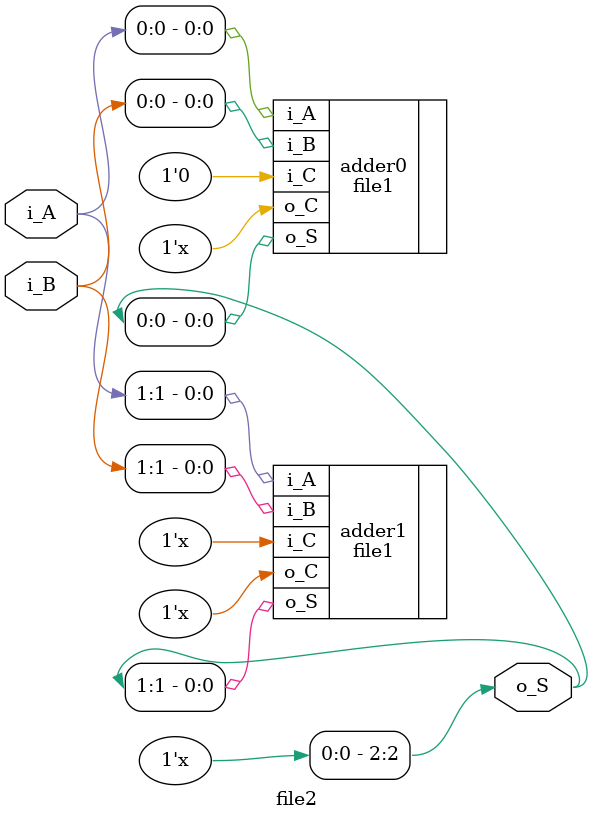
<source format=v>
module file2(   // 2bit adder
    input [1:0] i_A,
    input [1:0] i_B,
    output [2:0] o_S      // sum
);



file1 adder0(   
    .i_A(i_A[0]),
    .i_B(i_B[0]),
    .i_C(1'b0),
    .o_C(carry[0]),     
    .o_S(o_S[0])      
);

file1 adder1(   
    .i_A(i_A[1]),
    .i_B(i_B[1]),
    .i_C(carry[0]),
    .o_C(carry[1]),     
    .o_S(o_S[1])      
);

assign o_S[2] = carry[1];

endmodule





</source>
